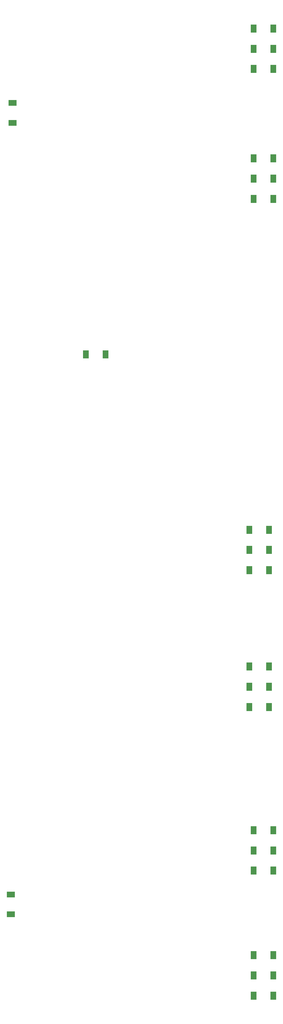
<source format=gbr>
%FSLAX23Y23*%
%MOIN*%
G04 EasyPC Gerber Version 18.0.6 Build 3620 *
%ADD101R,0.07000X0.09400*%
%ADD83R,0.09400X0.07000*%
X0Y0D02*
D02*
D83*
X2014Y2016D03*
Y2247D03*
X2034Y11249D03*
Y11480D03*
D02*
D101*
X2891Y8549D03*
X3122D03*
X4800Y4435D03*
Y4671D03*
Y4908D03*
Y6030D03*
Y6266D03*
Y6502D03*
X4851Y1069D03*
Y1305D03*
Y1541D03*
Y2526D03*
Y2762D03*
Y2998D03*
Y10360D03*
Y10597D03*
Y10833D03*
Y11876D03*
Y12112D03*
Y12349D03*
X5031Y4435D03*
Y4671D03*
Y4908D03*
Y6030D03*
Y6266D03*
Y6502D03*
X5082Y1069D03*
Y1305D03*
Y1541D03*
Y2526D03*
Y2762D03*
Y2998D03*
Y10360D03*
Y10597D03*
Y10833D03*
Y11876D03*
Y12112D03*
Y12349D03*
X0Y0D02*
M02*

</source>
